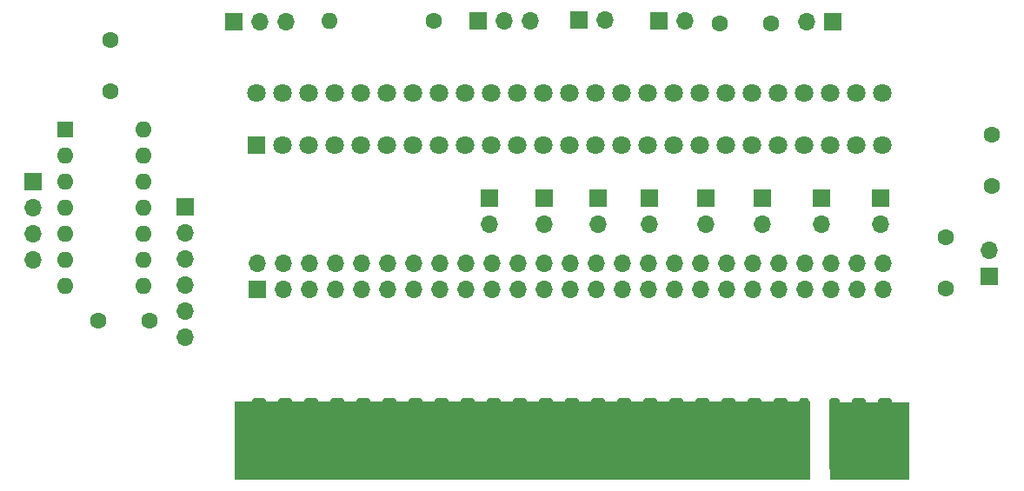
<source format=gts>
G04 #@! TF.GenerationSoftware,KiCad,Pcbnew,8.0.4*
G04 #@! TF.CreationDate,2024-08-09T20:42:01+03:00*
G04 #@! TF.ProjectId,mpf-ii-bus-adapter,6d70662d-6969-42d6-9275-732d61646170,A*
G04 #@! TF.SameCoordinates,Original*
G04 #@! TF.FileFunction,Soldermask,Top*
G04 #@! TF.FilePolarity,Negative*
%FSLAX46Y46*%
G04 Gerber Fmt 4.6, Leading zero omitted, Abs format (unit mm)*
G04 Created by KiCad (PCBNEW 8.0.4) date 2024-08-09 20:42:01*
%MOMM*%
%LPD*%
G01*
G04 APERTURE LIST*
G04 Aperture macros list*
%AMRoundRect*
0 Rectangle with rounded corners*
0 $1 Rounding radius*
0 $2 $3 $4 $5 $6 $7 $8 $9 X,Y pos of 4 corners*
0 Add a 4 corners polygon primitive as box body*
4,1,4,$2,$3,$4,$5,$6,$7,$8,$9,$2,$3,0*
0 Add four circle primitives for the rounded corners*
1,1,$1+$1,$2,$3*
1,1,$1+$1,$4,$5*
1,1,$1+$1,$6,$7*
1,1,$1+$1,$8,$9*
0 Add four rect primitives between the rounded corners*
20,1,$1+$1,$2,$3,$4,$5,0*
20,1,$1+$1,$4,$5,$6,$7,0*
20,1,$1+$1,$6,$7,$8,$9,0*
20,1,$1+$1,$8,$9,$2,$3,0*%
G04 Aperture macros list end*
%ADD10C,0.050000*%
%ADD11R,1.700000X1.700000*%
%ADD12O,1.700000X1.700000*%
%ADD13C,1.600000*%
%ADD14R,1.800000X1.800000*%
%ADD15C,1.800000*%
%ADD16O,1.600000X1.600000*%
%ADD17R,1.600000X1.600000*%
%ADD18RoundRect,0.350000X0.350000X3.206000X-0.350000X3.206000X-0.350000X-3.206000X0.350000X-3.206000X0*%
%ADD19RoundRect,0.235000X0.235000X3.321000X-0.235000X3.321000X-0.235000X-3.321000X0.235000X-3.321000X0*%
%ADD20RoundRect,0.250000X0.250000X3.306000X-0.250000X3.306000X-0.250000X-3.306000X0.250000X-3.306000X0*%
G04 APERTURE END LIST*
D10*
X116567000Y-112825000D02*
X172553000Y-112825000D01*
X172553000Y-120318000D01*
X116567000Y-120318000D01*
X116567000Y-112825000D01*
G36*
X116567000Y-112825000D02*
G01*
X172553000Y-112825000D01*
X172553000Y-120318000D01*
X116567000Y-120318000D01*
X116567000Y-112825000D01*
G37*
X174574000Y-112853500D02*
X182260000Y-112853500D01*
X182260000Y-120346500D01*
X174574000Y-120346500D01*
X174574000Y-112853500D01*
G36*
X174574000Y-112853500D02*
G01*
X182260000Y-112853500D01*
X182260000Y-120346500D01*
X174574000Y-120346500D01*
X174574000Y-112853500D01*
G37*
D11*
X116500000Y-75810000D03*
D12*
X119040000Y-75810000D03*
X121580000Y-75810000D03*
D11*
X150110000Y-75640000D03*
D12*
X152650000Y-75640000D03*
D13*
X185870000Y-101800000D03*
X185870000Y-96800000D03*
X168810000Y-76000000D03*
X163810000Y-76000000D03*
X104470000Y-77540000D03*
X104470000Y-82540000D03*
D11*
X141400000Y-93000000D03*
D12*
X141400000Y-95540000D03*
D11*
X111810000Y-93840000D03*
D12*
X111810000Y-96380000D03*
X111810000Y-98920000D03*
X111810000Y-101460000D03*
X111810000Y-104000000D03*
X111810000Y-106540000D03*
D11*
X157000000Y-93000000D03*
D12*
X157000000Y-95540000D03*
D11*
X162500000Y-93000000D03*
D12*
X162500000Y-95540000D03*
D11*
X157930000Y-75710000D03*
D12*
X160470000Y-75710000D03*
D14*
X118690000Y-87840000D03*
D15*
X121230000Y-87840000D03*
X123770000Y-87840000D03*
X126310000Y-87840000D03*
X128850000Y-87840000D03*
X131390000Y-87840000D03*
X133930000Y-87840000D03*
X136470000Y-87840000D03*
X139010000Y-87840000D03*
X141550000Y-87840000D03*
X144090000Y-87840000D03*
X146630000Y-87840000D03*
X149170000Y-87840000D03*
X151710000Y-87840000D03*
X154250000Y-87840000D03*
X156790000Y-87840000D03*
X159330000Y-87840000D03*
X161870000Y-87840000D03*
X164410000Y-87840000D03*
X166950000Y-87840000D03*
X169490000Y-87840000D03*
X172030000Y-87840000D03*
X174570000Y-87840000D03*
X177110000Y-87840000D03*
X179650000Y-87840000D03*
X179650000Y-82760000D03*
X177110000Y-82760000D03*
X174570000Y-82760000D03*
X172030000Y-82760000D03*
X169490000Y-82760000D03*
X166950000Y-82760000D03*
X164410000Y-82760000D03*
X161870000Y-82760000D03*
X159330000Y-82760000D03*
X156790000Y-82760000D03*
X154250000Y-82760000D03*
X151710000Y-82760000D03*
X149170000Y-82760000D03*
X146630000Y-82760000D03*
X144090000Y-82760000D03*
X141550000Y-82760000D03*
X139010000Y-82760000D03*
X136470000Y-82760000D03*
X133930000Y-82760000D03*
X131390000Y-82760000D03*
X128850000Y-82760000D03*
X126310000Y-82760000D03*
X123770000Y-82760000D03*
X121230000Y-82760000D03*
X118690000Y-82760000D03*
D13*
X108340000Y-104910000D03*
X103340000Y-104910000D03*
D11*
X118820000Y-101830000D03*
D12*
X118820000Y-99290000D03*
X121360000Y-101830000D03*
X121360000Y-99290000D03*
X123900000Y-101830000D03*
X123900000Y-99290000D03*
X126440000Y-101830000D03*
X126440000Y-99290000D03*
X128980000Y-101830000D03*
X128980000Y-99290000D03*
X131520000Y-101830000D03*
X131520000Y-99290000D03*
X134060000Y-101830000D03*
X134060000Y-99290000D03*
X136600000Y-101830000D03*
X136600000Y-99290000D03*
X139140000Y-101830000D03*
X139140000Y-99290000D03*
X141680000Y-101830000D03*
X141680000Y-99290000D03*
X144220000Y-101830000D03*
X144220000Y-99290000D03*
X146760000Y-101830000D03*
X146760000Y-99290000D03*
X149300000Y-101830000D03*
X149300000Y-99290000D03*
X151840000Y-101830000D03*
X151840000Y-99290000D03*
X154380000Y-101830000D03*
X154380000Y-99290000D03*
X156920000Y-101830000D03*
X156920000Y-99290000D03*
X159460000Y-101830000D03*
X159460000Y-99290000D03*
X162000000Y-101830000D03*
X162000000Y-99290000D03*
X164540000Y-101830000D03*
X164540000Y-99290000D03*
X167080000Y-101830000D03*
X167080000Y-99290000D03*
X169620000Y-101830000D03*
X169620000Y-99290000D03*
X172160000Y-101830000D03*
X172160000Y-99290000D03*
X174700000Y-101830000D03*
X174700000Y-99290000D03*
X177240000Y-101830000D03*
X177240000Y-99290000D03*
X179780000Y-101830000D03*
X179780000Y-99290000D03*
D11*
X96970000Y-91400000D03*
D12*
X96970000Y-93940000D03*
X96970000Y-96480000D03*
X96970000Y-99020000D03*
D11*
X140305000Y-75670000D03*
D12*
X142845000Y-75670000D03*
X145385000Y-75670000D03*
D11*
X152000000Y-93000000D03*
D12*
X152000000Y-95540000D03*
D11*
X179500000Y-93000000D03*
D12*
X179500000Y-95540000D03*
D11*
X190100000Y-100640000D03*
D12*
X190100000Y-98100000D03*
D13*
X190320000Y-91760000D03*
X190320000Y-86760000D03*
D11*
X173750000Y-93000000D03*
D12*
X173750000Y-95540000D03*
D11*
X146750000Y-93000000D03*
D12*
X146750000Y-95540000D03*
D13*
X136000000Y-75740000D03*
D16*
X125840000Y-75740000D03*
D11*
X168000000Y-93000000D03*
D12*
X168000000Y-95540000D03*
D11*
X174860000Y-75830000D03*
D12*
X172320000Y-75830000D03*
D17*
X100090000Y-86295000D03*
D16*
X100090000Y-88835000D03*
X100090000Y-91375000D03*
X100090000Y-93915000D03*
X100090000Y-96455000D03*
X100090000Y-98995000D03*
X100090000Y-101535000D03*
X107710000Y-101535000D03*
X107710000Y-98995000D03*
X107710000Y-96455000D03*
X107710000Y-93915000D03*
X107710000Y-91375000D03*
X107710000Y-88835000D03*
X107710000Y-86295000D03*
D18*
X118980000Y-116000000D03*
X121520000Y-116000000D03*
X124060000Y-116000000D03*
X126600000Y-116000000D03*
X129140000Y-116000000D03*
X131680000Y-116000000D03*
X134220000Y-116000000D03*
X136760000Y-116000000D03*
X139300000Y-116000000D03*
X141840000Y-116000000D03*
X144380000Y-116000000D03*
X146920000Y-116000000D03*
X149460000Y-116000000D03*
X152000000Y-116000000D03*
X154540000Y-116000000D03*
X157080000Y-116000000D03*
X159620000Y-116000000D03*
X162160000Y-116000000D03*
X164700000Y-116000000D03*
X167240000Y-116000000D03*
X169780000Y-116000000D03*
D19*
X172090000Y-116000000D03*
D20*
X175060000Y-116000000D03*
D18*
X177400000Y-116000000D03*
X179940000Y-116000000D03*
M02*

</source>
